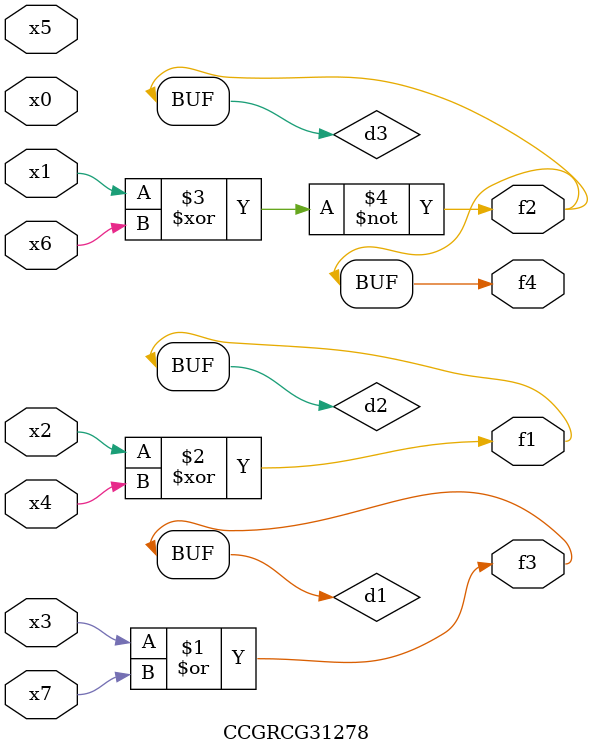
<source format=v>
module CCGRCG31278(
	input x0, x1, x2, x3, x4, x5, x6, x7,
	output f1, f2, f3, f4
);

	wire d1, d2, d3;

	or (d1, x3, x7);
	xor (d2, x2, x4);
	xnor (d3, x1, x6);
	assign f1 = d2;
	assign f2 = d3;
	assign f3 = d1;
	assign f4 = d3;
endmodule

</source>
